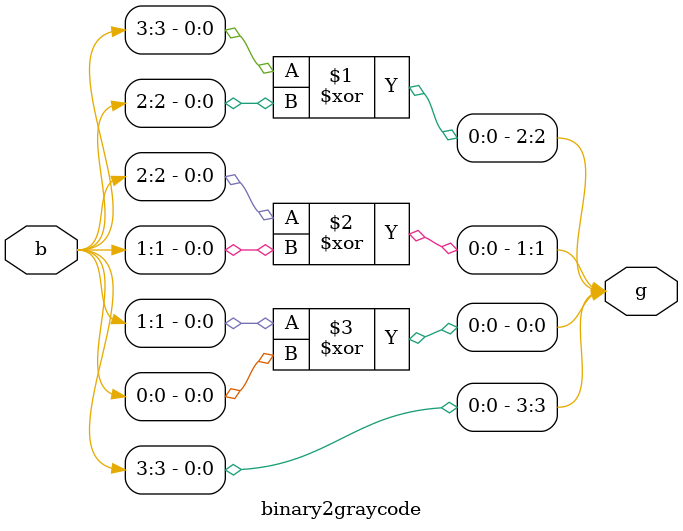
<source format=v>
module binary2graycode(b,g);
input [3:0]b;
output [3:0]g;
assign g[3]=b[3]; //applying the operation of binary to grey code conversion operation
assign g[2]=b[3]^b[2];
assign g[1]=b[2]^b[1];
assign g[0]=b[1]^b[0];
endmodule

</source>
